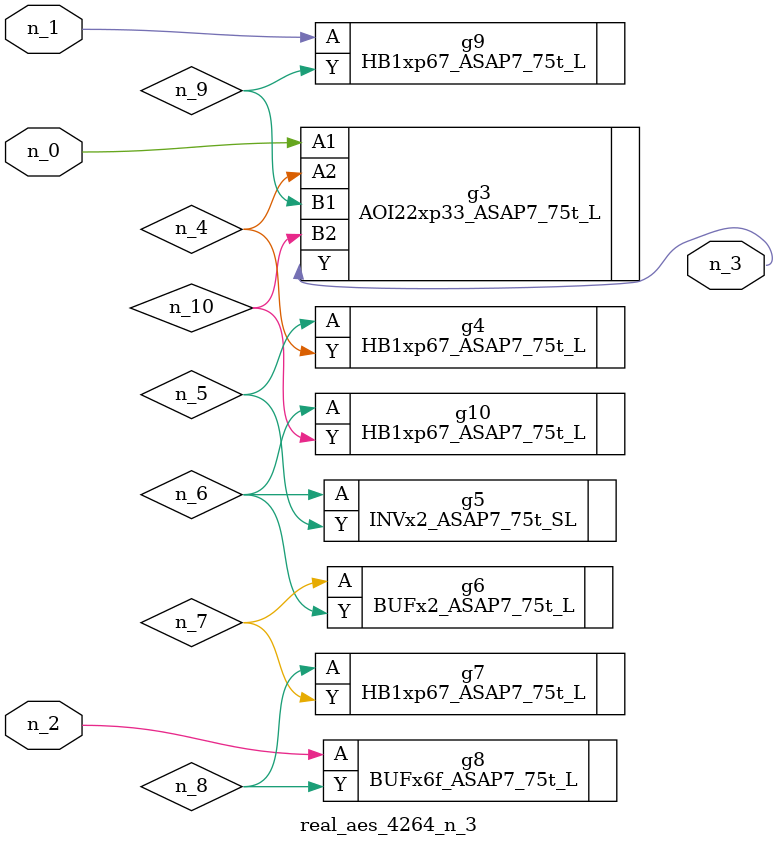
<source format=v>
module real_aes_4264_n_3 (n_0, n_2, n_1, n_3);
input n_0;
input n_2;
input n_1;
output n_3;
wire n_4;
wire n_5;
wire n_7;
wire n_9;
wire n_6;
wire n_8;
wire n_10;
AOI22xp33_ASAP7_75t_L g3 ( .A1(n_0), .A2(n_4), .B1(n_9), .B2(n_10), .Y(n_3) );
HB1xp67_ASAP7_75t_L g9 ( .A(n_1), .Y(n_9) );
BUFx6f_ASAP7_75t_L g8 ( .A(n_2), .Y(n_8) );
HB1xp67_ASAP7_75t_L g4 ( .A(n_5), .Y(n_4) );
INVx2_ASAP7_75t_SL g5 ( .A(n_6), .Y(n_5) );
HB1xp67_ASAP7_75t_L g10 ( .A(n_6), .Y(n_10) );
BUFx2_ASAP7_75t_L g6 ( .A(n_7), .Y(n_6) );
HB1xp67_ASAP7_75t_L g7 ( .A(n_8), .Y(n_7) );
endmodule
</source>
